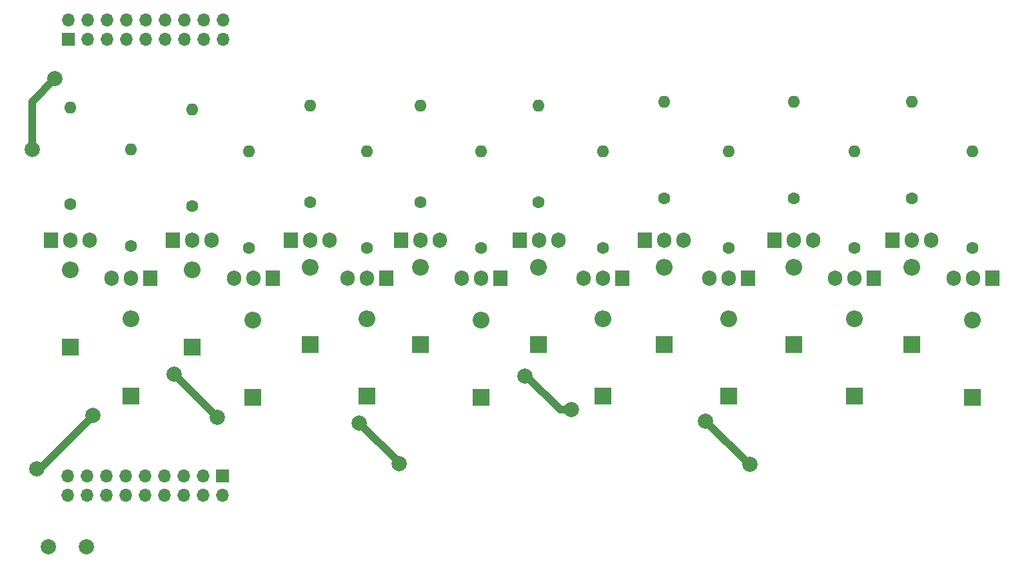
<source format=gbr>
%TF.GenerationSoftware,KiCad,Pcbnew,5.1.7-a382d34a8~88~ubuntu18.04.1*%
%TF.CreationDate,2021-03-10T09:37:04+00:00*%
%TF.ProjectId,solenoid,736f6c65-6e6f-4696-942e-6b696361645f,rev?*%
%TF.SameCoordinates,Original*%
%TF.FileFunction,Copper,L1,Top*%
%TF.FilePolarity,Positive*%
%FSLAX46Y46*%
G04 Gerber Fmt 4.6, Leading zero omitted, Abs format (unit mm)*
G04 Created by KiCad (PCBNEW 5.1.7-a382d34a8~88~ubuntu18.04.1) date 2021-03-10 09:37:04*
%MOMM*%
%LPD*%
G01*
G04 APERTURE LIST*
%TA.AperFunction,ComponentPad*%
%ADD10O,1.600000X1.600000*%
%TD*%
%TA.AperFunction,ComponentPad*%
%ADD11C,1.600000*%
%TD*%
%TA.AperFunction,ComponentPad*%
%ADD12R,2.200000X2.200000*%
%TD*%
%TA.AperFunction,ComponentPad*%
%ADD13O,2.200000X2.200000*%
%TD*%
%TA.AperFunction,ComponentPad*%
%ADD14R,1.905000X2.000000*%
%TD*%
%TA.AperFunction,ComponentPad*%
%ADD15O,1.905000X2.000000*%
%TD*%
%TA.AperFunction,ComponentPad*%
%ADD16R,1.700000X1.700000*%
%TD*%
%TA.AperFunction,ComponentPad*%
%ADD17O,1.700000X1.700000*%
%TD*%
%TA.AperFunction,ComponentPad*%
%ADD18C,2.000000*%
%TD*%
%TA.AperFunction,ViaPad*%
%ADD19C,2.000000*%
%TD*%
%TA.AperFunction,Conductor*%
%ADD20C,1.000000*%
%TD*%
%TA.AperFunction,Conductor*%
%ADD21C,0.500000*%
%TD*%
G04 APERTURE END LIST*
D10*
%TO.P,R8,2*%
%TO.N,D8*%
X132000000Y-62300000D03*
D11*
%TO.P,R8,1*%
%TO.N,Net-(Q8-Pad1)*%
X132000000Y-75000000D03*
%TD*%
D12*
%TO.P,D3,1*%
%TO.N,+12V*%
X94000000Y-88000000D03*
D13*
%TO.P,D3,2*%
%TO.N,S3*%
X94000000Y-77840000D03*
%TD*%
%TO.P,D1,2*%
%TO.N,S1*%
X78000000Y-77840000D03*
D12*
%TO.P,D1,1*%
%TO.N,+12V*%
X78000000Y-88000000D03*
%TD*%
D14*
%TO.P,Q1,1*%
%TO.N,Net-(Q1-Pad1)*%
X75500000Y-74000000D03*
D15*
%TO.P,Q1,2*%
%TO.N,S1*%
X78040000Y-74000000D03*
%TO.P,Q1,3*%
%TO.N,Earth*%
X80580000Y-74000000D03*
%TD*%
D13*
%TO.P,D2,2*%
%TO.N,S2*%
X86000000Y-84340000D03*
D12*
%TO.P,D2,1*%
%TO.N,+12V*%
X86000000Y-94500000D03*
%TD*%
D15*
%TO.P,Q9,3*%
%TO.N,Earth*%
X142080000Y-74000000D03*
%TO.P,Q9,2*%
%TO.N,S9*%
X139540000Y-74000000D03*
D14*
%TO.P,Q9,1*%
%TO.N,Net-(Q9-Pad1)*%
X137000000Y-74000000D03*
%TD*%
D10*
%TO.P,R2,2*%
%TO.N,D2*%
X86000000Y-62000000D03*
D11*
%TO.P,R2,1*%
%TO.N,Net-(Q2-Pad1)*%
X86000000Y-74700000D03*
%TD*%
D13*
%TO.P,D4,2*%
%TO.N,S4*%
X102000000Y-84500000D03*
D12*
%TO.P,D4,1*%
%TO.N,+12V*%
X102000000Y-94660000D03*
%TD*%
%TO.P,D5,1*%
%TO.N,+12V*%
X109500000Y-87660000D03*
D13*
%TO.P,D5,2*%
%TO.N,S5*%
X109500000Y-77500000D03*
%TD*%
D12*
%TO.P,D6,1*%
%TO.N,+12V*%
X117000000Y-94500000D03*
D13*
%TO.P,D6,2*%
%TO.N,S6*%
X117000000Y-84340000D03*
%TD*%
%TO.P,D7,2*%
%TO.N,S7*%
X124000000Y-77500000D03*
D12*
%TO.P,D7,1*%
%TO.N,+12V*%
X124000000Y-87660000D03*
%TD*%
D13*
%TO.P,D8,2*%
%TO.N,S8*%
X132000000Y-84500000D03*
D12*
%TO.P,D8,1*%
%TO.N,+12V*%
X132000000Y-94660000D03*
%TD*%
%TO.P,D9,1*%
%TO.N,+12V*%
X139500000Y-87660000D03*
D13*
%TO.P,D9,2*%
%TO.N,S9*%
X139500000Y-77500000D03*
%TD*%
D12*
%TO.P,D10,1*%
%TO.N,+12V*%
X148000000Y-94500000D03*
D13*
%TO.P,D10,2*%
%TO.N,S10*%
X148000000Y-84340000D03*
%TD*%
%TO.P,D11,2*%
%TO.N,S11*%
X156000000Y-77500000D03*
D12*
%TO.P,D11,1*%
%TO.N,+12V*%
X156000000Y-87660000D03*
%TD*%
D13*
%TO.P,D12,2*%
%TO.N,S12*%
X164500000Y-84340000D03*
D12*
%TO.P,D12,1*%
%TO.N,+12V*%
X164500000Y-94500000D03*
%TD*%
%TO.P,D13,1*%
%TO.N,+12V*%
X173000000Y-87660000D03*
D13*
%TO.P,D13,2*%
%TO.N,S13*%
X173000000Y-77500000D03*
%TD*%
%TO.P,D14,2*%
%TO.N,S14*%
X181000000Y-84340000D03*
D12*
%TO.P,D14,1*%
%TO.N,+12V*%
X181000000Y-94500000D03*
%TD*%
%TO.P,D15,1*%
%TO.N,+12V*%
X188500000Y-87660000D03*
D13*
%TO.P,D15,2*%
%TO.N,S15*%
X188500000Y-77500000D03*
%TD*%
D12*
%TO.P,D16,1*%
%TO.N,+12V*%
X196500000Y-94660000D03*
D13*
%TO.P,D16,2*%
%TO.N,S16*%
X196500000Y-84500000D03*
%TD*%
D14*
%TO.P,Q2,1*%
%TO.N,Net-(Q2-Pad1)*%
X88500000Y-79000000D03*
D15*
%TO.P,Q2,2*%
%TO.N,S2*%
X85960000Y-79000000D03*
%TO.P,Q2,3*%
%TO.N,Earth*%
X83420000Y-79000000D03*
%TD*%
%TO.P,Q4,3*%
%TO.N,Earth*%
X99500000Y-79000000D03*
%TO.P,Q4,2*%
%TO.N,S4*%
X102040000Y-79000000D03*
D14*
%TO.P,Q4,1*%
%TO.N,Net-(Q4-Pad1)*%
X104580000Y-79000000D03*
%TD*%
D15*
%TO.P,Q5,3*%
%TO.N,Earth*%
X112080000Y-74000000D03*
%TO.P,Q5,2*%
%TO.N,S5*%
X109540000Y-74000000D03*
D14*
%TO.P,Q5,1*%
%TO.N,Net-(Q5-Pad1)*%
X107000000Y-74000000D03*
%TD*%
%TO.P,Q6,1*%
%TO.N,Net-(Q6-Pad1)*%
X119500000Y-79000000D03*
D15*
%TO.P,Q6,2*%
%TO.N,S6*%
X116960000Y-79000000D03*
%TO.P,Q6,3*%
%TO.N,Earth*%
X114420000Y-79000000D03*
%TD*%
D14*
%TO.P,Q7,1*%
%TO.N,Net-(Q7-Pad1)*%
X121500000Y-74000000D03*
D15*
%TO.P,Q7,2*%
%TO.N,S7*%
X124040000Y-74000000D03*
%TO.P,Q7,3*%
%TO.N,Earth*%
X126580000Y-74000000D03*
%TD*%
D14*
%TO.P,Q8,1*%
%TO.N,Net-(Q8-Pad1)*%
X134500000Y-79000000D03*
D15*
%TO.P,Q8,2*%
%TO.N,S8*%
X131960000Y-79000000D03*
%TO.P,Q8,3*%
%TO.N,Earth*%
X129420000Y-79000000D03*
%TD*%
%TO.P,Q10,3*%
%TO.N,Earth*%
X145420000Y-79000000D03*
%TO.P,Q10,2*%
%TO.N,S10*%
X147960000Y-79000000D03*
D14*
%TO.P,Q10,1*%
%TO.N,Net-(Q10-Pad1)*%
X150500000Y-79000000D03*
%TD*%
%TO.P,Q11,1*%
%TO.N,Net-(Q11-Pad1)*%
X153500000Y-74000000D03*
D15*
%TO.P,Q11,2*%
%TO.N,S11*%
X156040000Y-74000000D03*
%TO.P,Q11,3*%
%TO.N,Earth*%
X158580000Y-74000000D03*
%TD*%
D14*
%TO.P,Q12,1*%
%TO.N,Net-(Q12-Pad1)*%
X167000000Y-79000000D03*
D15*
%TO.P,Q12,2*%
%TO.N,S12*%
X164460000Y-79000000D03*
%TO.P,Q12,3*%
%TO.N,Earth*%
X161920000Y-79000000D03*
%TD*%
%TO.P,Q13,3*%
%TO.N,Earth*%
X175580000Y-74000000D03*
%TO.P,Q13,2*%
%TO.N,S13*%
X173040000Y-74000000D03*
D14*
%TO.P,Q13,1*%
%TO.N,Net-(Q13-Pad1)*%
X170500000Y-74000000D03*
%TD*%
D15*
%TO.P,Q14,3*%
%TO.N,Earth*%
X178460000Y-79000000D03*
%TO.P,Q14,2*%
%TO.N,S14*%
X181000000Y-79000000D03*
D14*
%TO.P,Q14,1*%
%TO.N,Net-(Q14-Pad1)*%
X183540000Y-79000000D03*
%TD*%
D15*
%TO.P,Q15,3*%
%TO.N,Earth*%
X191080000Y-74000000D03*
%TO.P,Q15,2*%
%TO.N,S15*%
X188540000Y-74000000D03*
D14*
%TO.P,Q15,1*%
%TO.N,Net-(Q15-Pad1)*%
X186000000Y-74000000D03*
%TD*%
%TO.P,Q16,1*%
%TO.N,Net-(Q16-Pad1)*%
X199080000Y-79000000D03*
D15*
%TO.P,Q16,2*%
%TO.N,S16*%
X196540000Y-79000000D03*
%TO.P,Q16,3*%
%TO.N,Earth*%
X194000000Y-79000000D03*
%TD*%
D11*
%TO.P,R1,1*%
%TO.N,Net-(Q1-Pad1)*%
X78000000Y-69200000D03*
D10*
%TO.P,R1,2*%
%TO.N,D1*%
X78000000Y-56500000D03*
%TD*%
D11*
%TO.P,R4,1*%
%TO.N,Net-(Q4-Pad1)*%
X101500000Y-75000000D03*
D10*
%TO.P,R4,2*%
%TO.N,D4*%
X101500000Y-62300000D03*
%TD*%
D11*
%TO.P,R5,1*%
%TO.N,Net-(Q5-Pad1)*%
X109500000Y-69000000D03*
D10*
%TO.P,R5,2*%
%TO.N,D5*%
X109500000Y-56300000D03*
%TD*%
D11*
%TO.P,R6,1*%
%TO.N,Net-(Q6-Pad1)*%
X117000000Y-75000000D03*
D10*
%TO.P,R6,2*%
%TO.N,D6*%
X117000000Y-62300000D03*
%TD*%
D11*
%TO.P,R7,1*%
%TO.N,Net-(Q7-Pad1)*%
X124000000Y-69000000D03*
D10*
%TO.P,R7,2*%
%TO.N,D7*%
X124000000Y-56300000D03*
%TD*%
D11*
%TO.P,R9,1*%
%TO.N,Net-(Q9-Pad1)*%
X139500000Y-69000000D03*
D10*
%TO.P,R9,2*%
%TO.N,D9*%
X139500000Y-56300000D03*
%TD*%
%TO.P,R10,2*%
%TO.N,D10*%
X148000000Y-62300000D03*
D11*
%TO.P,R10,1*%
%TO.N,Net-(Q10-Pad1)*%
X148000000Y-75000000D03*
%TD*%
D10*
%TO.P,R11,2*%
%TO.N,D11*%
X156000000Y-55800000D03*
D11*
%TO.P,R11,1*%
%TO.N,Net-(Q11-Pad1)*%
X156000000Y-68500000D03*
%TD*%
D10*
%TO.P,R12,2*%
%TO.N,D12*%
X164500000Y-62300000D03*
D11*
%TO.P,R12,1*%
%TO.N,Net-(Q12-Pad1)*%
X164500000Y-75000000D03*
%TD*%
%TO.P,R13,1*%
%TO.N,Net-(Q13-Pad1)*%
X173000000Y-68500000D03*
D10*
%TO.P,R13,2*%
%TO.N,D13*%
X173000000Y-55800000D03*
%TD*%
%TO.P,R14,2*%
%TO.N,D14*%
X181000000Y-62300000D03*
D11*
%TO.P,R14,1*%
%TO.N,Net-(Q14-Pad1)*%
X181000000Y-75000000D03*
%TD*%
D10*
%TO.P,R15,2*%
%TO.N,D15*%
X188500000Y-55800000D03*
D11*
%TO.P,R15,1*%
%TO.N,Net-(Q15-Pad1)*%
X188500000Y-68500000D03*
%TD*%
%TO.P,R16,1*%
%TO.N,Net-(Q16-Pad1)*%
X196500000Y-75000000D03*
D10*
%TO.P,R16,2*%
%TO.N,D16*%
X196500000Y-62300000D03*
%TD*%
D14*
%TO.P,Q3,1*%
%TO.N,Net-(Q3-Pad1)*%
X91500000Y-74000000D03*
D15*
%TO.P,Q3,2*%
%TO.N,S3*%
X94040000Y-74000000D03*
%TO.P,Q3,3*%
%TO.N,Earth*%
X96580000Y-74000000D03*
%TD*%
D11*
%TO.P,R3,1*%
%TO.N,Net-(Q3-Pad1)*%
X94000000Y-69500000D03*
D10*
%TO.P,R3,2*%
%TO.N,D3*%
X94000000Y-56800000D03*
%TD*%
D16*
%TO.P,J2,1*%
%TO.N,S9*%
X98010000Y-104980000D03*
D17*
%TO.P,J2,2*%
%TO.N,S10*%
X98010000Y-107520000D03*
%TO.P,J2,3*%
%TO.N,S8*%
X95470000Y-104980000D03*
%TO.P,J2,4*%
%TO.N,S11*%
X95470000Y-107520000D03*
%TO.P,J2,5*%
%TO.N,S7*%
X92930000Y-104980000D03*
%TO.P,J2,6*%
%TO.N,S12*%
X92930000Y-107520000D03*
%TO.P,J2,7*%
%TO.N,S6*%
X90390000Y-104980000D03*
%TO.P,J2,8*%
%TO.N,S13*%
X90390000Y-107520000D03*
%TO.P,J2,9*%
%TO.N,S5*%
X87850000Y-104980000D03*
%TO.P,J2,10*%
%TO.N,S14*%
X87850000Y-107520000D03*
%TO.P,J2,11*%
%TO.N,S4*%
X85310000Y-104980000D03*
%TO.P,J2,12*%
%TO.N,S15*%
X85310000Y-107520000D03*
%TO.P,J2,13*%
%TO.N,S3*%
X82770000Y-104980000D03*
%TO.P,J2,14*%
%TO.N,S16*%
X82770000Y-107520000D03*
%TO.P,J2,15*%
%TO.N,S2*%
X80230000Y-104980000D03*
%TO.P,J2,16*%
%TO.N,+12V*%
X80230000Y-107520000D03*
%TO.P,J2,17*%
%TO.N,S1*%
X77690000Y-104980000D03*
%TO.P,J2,18*%
%TO.N,Earth*%
X77690000Y-107520000D03*
%TD*%
D16*
%TO.P,J1,1*%
%TO.N,D1*%
X77740000Y-47580000D03*
D17*
%TO.P,J1,2*%
%TO.N,Earth*%
X77740000Y-45040000D03*
%TO.P,J1,3*%
%TO.N,D2*%
X80280000Y-47580000D03*
%TO.P,J1,4*%
%TO.N,Earth*%
X80280000Y-45040000D03*
%TO.P,J1,5*%
%TO.N,D3*%
X82820000Y-47580000D03*
%TO.P,J1,6*%
%TO.N,D16*%
X82820000Y-45040000D03*
%TO.P,J1,7*%
%TO.N,D4*%
X85360000Y-47580000D03*
%TO.P,J1,8*%
%TO.N,D15*%
X85360000Y-45040000D03*
%TO.P,J1,9*%
%TO.N,D5*%
X87900000Y-47580000D03*
%TO.P,J1,10*%
%TO.N,D14*%
X87900000Y-45040000D03*
%TO.P,J1,11*%
%TO.N,D6*%
X90440000Y-47580000D03*
%TO.P,J1,12*%
%TO.N,D13*%
X90440000Y-45040000D03*
%TO.P,J1,13*%
%TO.N,D7*%
X92980000Y-47580000D03*
%TO.P,J1,14*%
%TO.N,D12*%
X92980000Y-45040000D03*
%TO.P,J1,15*%
%TO.N,D8*%
X95520000Y-47580000D03*
%TO.P,J1,16*%
%TO.N,D11*%
X95520000Y-45040000D03*
%TO.P,J1,17*%
%TO.N,D9*%
X98060000Y-47580000D03*
%TO.P,J1,18*%
%TO.N,D10*%
X98060000Y-45040000D03*
%TD*%
D18*
%TO.P,J3,1*%
%TO.N,+12V*%
X80170000Y-114240000D03*
%TD*%
%TO.P,J4,1*%
%TO.N,Earth*%
X75130000Y-114290000D03*
%TD*%
D19*
%TO.N,+12V*%
X73639983Y-104055000D03*
X81000000Y-97000000D03*
X143849067Y-96269067D03*
X137735000Y-91804986D03*
X116000000Y-98000000D03*
X121223494Y-103379887D03*
X97360000Y-97220000D03*
X91618307Y-91558309D03*
X161460000Y-97750000D03*
X167267689Y-103477689D03*
%TO.N,Earth*%
X73000000Y-62000000D03*
X76000000Y-52750000D03*
%TD*%
D20*
%TO.N,+12V*%
X73639983Y-104055000D02*
X74055000Y-104055000D01*
X74055000Y-104055000D02*
X81000000Y-97110000D01*
X81000000Y-97110000D02*
X81000000Y-97000000D01*
X137735000Y-91804986D02*
X137914986Y-91804986D01*
X142379067Y-96269067D02*
X143849067Y-96269067D01*
X137914986Y-91804986D02*
X142379067Y-96269067D01*
X121223494Y-103223502D02*
X116000000Y-98000008D01*
X116000000Y-98000008D02*
X116000000Y-98000000D01*
X121223494Y-103379887D02*
X121223494Y-103223502D01*
X91698309Y-91558309D02*
X97360000Y-97220000D01*
X91618307Y-91558309D02*
X91698309Y-91558309D01*
X161460000Y-97750000D02*
X167187689Y-103477689D01*
X167187689Y-103477689D02*
X167267689Y-103477689D01*
%TO.N,Earth*%
X73000000Y-55750000D02*
X76000000Y-52750000D01*
X73000000Y-62000000D02*
X73000000Y-55750000D01*
D21*
%TO.N,D4*%
X101500000Y-62500000D02*
X101500000Y-62000000D01*
%TD*%
M02*

</source>
